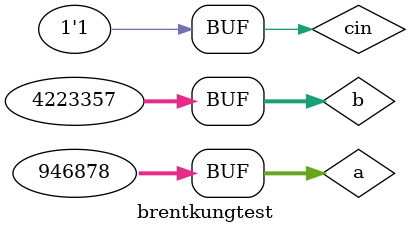
<source format=v>
`timescale 1ps/1ps
module brentkungtest;
 // Inputs
 reg [31:0] a;
 reg [31:0] b;
 reg cin;
 // Outputs
 wire [31:0] sum;
wire cout;
wire [31:0] c;

 brentkung32 dut(a,b,cin ,sum,cout,c);
integer i;
 initial begin
  // Initialize Inputs

  a = 32'd14576884;
  b=32'd539574;
  cin=	1;
  
 end
  always begin
 

  
  #50 a = 32'd 27794585;
  b=32'd67769764;
  cin=0;
  #50 a =32'd 5734568;
 	 b=32'd90867565;
  	cin=1;
#50 a =32'b00111111111111111111111111111111;
	b=32'b00111111111111111111111111111111;
  cin=0;
  #50 a=32'd946878;
  	b=32'd4223357;
 	cin=1;

  
  
  
  // Add stimulus here
 end
 endmodule
      
</source>
